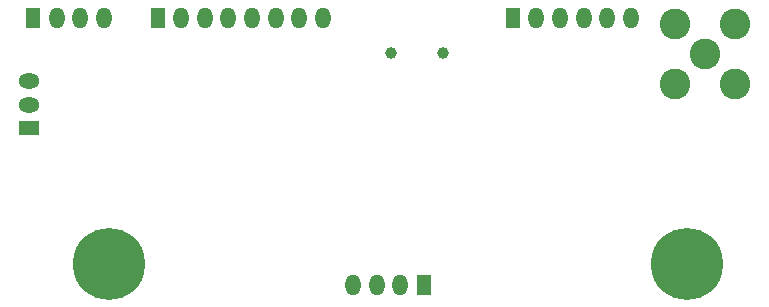
<source format=gbs>
G04 #@! TF.FileFunction,Soldermask,Bot*
%FSLAX46Y46*%
G04 Gerber Fmt 4.6, Leading zero omitted, Abs format (unit mm)*
G04 Created by KiCad (PCBNEW (2015-09-15 BZR 6201)-product) date tor 18 feb 2016 12:46:51*
%MOMM*%
G01*
G04 APERTURE LIST*
%ADD10C,0.100000*%
%ADD11C,6.101600*%
%ADD12C,2.601600*%
%ADD13R,1.800860X1.300480*%
%ADD14O,1.800860X1.300480*%
%ADD15C,1.000760*%
%ADD16O,1.300480X1.800860*%
%ADD17R,1.300480X1.800860*%
G04 APERTURE END LIST*
D10*
D11*
X230000000Y-112500000D03*
D12*
X231521000Y-94742000D03*
X228981000Y-92202000D03*
X228981000Y-97282000D03*
X234061000Y-97282000D03*
X234061000Y-92202000D03*
D13*
X174244000Y-101031040D03*
D14*
X174244000Y-97028000D03*
X174244000Y-99029520D03*
D15*
X209331560Y-94693740D03*
X204932280Y-94693740D03*
D16*
X197137020Y-91694000D03*
X195138040Y-91694000D03*
X193136520Y-91694000D03*
D17*
X185130440Y-91694000D03*
D16*
X189133480Y-91694000D03*
X187131960Y-91694000D03*
X191132460Y-91694000D03*
X199136000Y-91694000D03*
D17*
X215198960Y-91694000D03*
D16*
X219202000Y-91694000D03*
X217200480Y-91694000D03*
X221200980Y-91694000D03*
X223202500Y-91694000D03*
X225204020Y-91694000D03*
D17*
X174591980Y-91694000D03*
D16*
X178595020Y-91694000D03*
X176593500Y-91694000D03*
X180594000Y-91694000D03*
D11*
X181000000Y-112500000D03*
D17*
X207678019Y-114300000D03*
D16*
X203674979Y-114300000D03*
X205676499Y-114300000D03*
X201675999Y-114300000D03*
M02*

</source>
